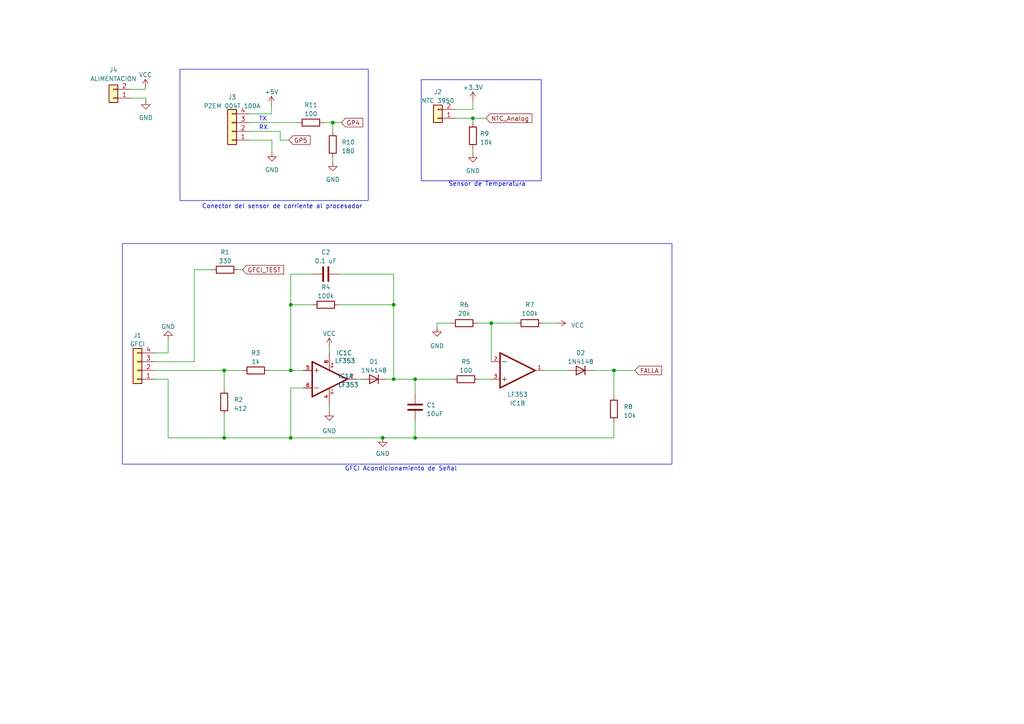
<source format=kicad_sch>
(kicad_sch (version 20230121) (generator eeschema)
  (paper "A4")
  (lib_symbols
    (symbol "Connector_Generic:Conn_01x02" (pin_names (offset 1.016) hide)
      (property "Reference" "J" (at 0 2.54 0))
      (property "Value" "Conn_01x02" (at 0 -5.08 0))
      (symbol "Conn_01x02_1_1"
        (rectangle (start -1.27 -2.413) (end 0 -2.667) (stroke (width 0.1524)))
        (rectangle (start -1.27 0.127) (end 0 -0.127) (stroke (width 0.1524)))
        (rectangle (start -1.27 1.27) (end 1.27 -3.81) (stroke (width 0.254)) (fill (type background)))
        (pin passive line (at -5.08 0 0) (length 3.81) (name "Pin_1") (number "1"))
        (pin passive line (at -5.08 -2.54 0) (length 3.81) (name "Pin_2") (number "2"))
      )
    )
    (symbol "Connector_Generic:Conn_01x04" (pin_names (offset 1.016) hide)
      (property "Reference" "J" (at 0 5.08 0))
      (property "Value" "Conn_01x04" (at 0 -7.62 0))
      (symbol "Conn_01x04_1_1"
        (rectangle (start -1.27 -4.953) (end 0 -5.207) (stroke (width 0.1524)))
        (rectangle (start -1.27 -2.413) (end 0 -2.667) (stroke (width 0.1524)))
        (rectangle (start -1.27 0.127) (end 0 -0.127) (stroke (width 0.1524)))
        (rectangle (start -1.27 2.667) (end 0 2.413) (stroke (width 0.1524)))
        (rectangle (start -1.27 3.81) (end 1.27 -6.35) (stroke (width 0.254)) (fill (type background)))
        (pin passive line (at -5.08 2.54 0) (length 3.81) (name "Pin_1") (number "1"))
        (pin passive line (at -5.08 0 0) (length 3.81) (name "Pin_2") (number "2"))
        (pin passive line (at -5.08 -2.54 0) (length 3.81) (name "Pin_3") (number "3"))
        (pin passive line (at -5.08 -5.08 0) (length 3.81) (name "Pin_4") (number "4"))
      )
    )
    (symbol "Device:C" (pin_numbers hide) (pin_names (offset 0.254))
      (property "Reference" "C" (at 0.635 2.54 0))
      (property "Value" "C" (at 0.635 -2.54 0))
      (symbol "C_0_1"
        (polyline (pts (xy -2.032 -0.762) (xy 2.032 -0.762)) (stroke (width 0.508)))
        (polyline (pts (xy -2.032 0.762) (xy 2.032 0.762)) (stroke (width 0.508)))
      )
      (symbol "C_1_1"
        (pin passive line (at 0 3.81 270) (length 2.794) (name "~") (number "1"))
        (pin passive line (at 0 -3.81 90) (length 2.794) (name "~") (number "2"))
      )
    )
    (symbol "Device:R" (pin_numbers hide) (pin_names (offset 0))
      (property "Reference" "R" (at 2.032 0 90))
      (property "Value" "R" (at 0 0 90))
      (symbol "R_0_1"
        (rectangle (start -1.016 -2.54) (end 1.016 2.54) (stroke (width 0.254)))
      )
      (symbol "R_1_1"
        (pin passive line (at 0 3.81 270) (length 1.27) (name "~") (number "1"))
        (pin passive line (at 0 -3.81 90) (length 1.27) (name "~") (number "2"))
      )
    )
    (symbol "Diode:1N4148" (pin_numbers hide) (pin_names hide)
      (property "Reference" "D" (at 0 2.54 0))
      (property "Value" "1N4148" (at 0 -2.54 0))
      (symbol "1N4148_0_1"
        (polyline (pts (xy -1.27 1.27) (xy -1.27 -1.27)) (stroke (width 0.254)))
        (polyline (pts (xy 1.27 0) (xy -1.27 0)))
        (polyline (pts (xy 1.27 1.27) (xy 1.27 -1.27) (xy -1.27 0) (xy 1.27 1.27)) (stroke (width 0.254)))
      )
      (symbol "1N4148_1_1"
        (pin passive line (at -3.81 0 0) (length 2.54) (name "K") (number "1"))
        (pin passive line (at 3.81 0 180) (length 2.54) (name "A") (number "2"))
      )
    )
    (symbol "LF353:LF353" (pin_names (offset 1.016))
      (property "Reference" "IC" (at 0 0 0))
      (property "Value" "LF353" (at 0 0 0))
      (symbol "LF353_1_0"
        (text "V+" (at 1.27 3.175 900) (effects (font (size 0.8128 0.8128)) (justify left bottom)))
        (text "V-" (at 1.27 -4.445 900) (effects (font (size 0.8128 0.8128)) (justify left bottom)))
        (pin power_in line (at 0 -7.62 90) (length 5.08) (name "~") (number "4"))
        (pin power_in line (at 0 7.62 270) (length 5.08) (name "~") (number "8"))
      )
      (symbol "LF353_2_0"
        (polyline (pts (xy -5.08 -5.08) (xy 5.08 0)) (stroke (width 0.4064)))
        (polyline (pts (xy -5.08 5.08) (xy -5.08 -5.08)) (stroke (width 0.4064)))
        (polyline (pts (xy -4.445 -2.54) (xy -3.175 -2.54)) (stroke (width 0.1524)))
        (polyline (pts (xy -4.445 2.54) (xy -3.175 2.54)) (stroke (width 0.1524)))
        (polyline (pts (xy -3.81 3.175) (xy -3.81 1.905)) (stroke (width 0.1524)))
        (polyline (pts (xy 5.08 0) (xy -5.08 5.08)) (stroke (width 0.4064)))
        (pin output line (at 7.62 0 180) (length 2.54) (name "~") (number "1"))
        (pin input line (at -7.62 -2.54 0) (length 2.54) (name "~") (number "2"))
        (pin input line (at -7.62 2.54 0) (length 2.54) (name "~") (number "3"))
      )
      (symbol "LF353_3_0"
        (polyline (pts (xy -5.08 -5.08) (xy 5.08 0)) (stroke (width 0.4064)))
        (polyline (pts (xy -5.08 5.08) (xy -5.08 -5.08)) (stroke (width 0.4064)))
        (polyline (pts (xy -4.445 -2.54) (xy -3.175 -2.54)) (stroke (width 0.1524)))
        (polyline (pts (xy -4.445 2.54) (xy -3.175 2.54)) (stroke (width 0.1524)))
        (polyline (pts (xy -3.81 3.175) (xy -3.81 1.905)) (stroke (width 0.1524)))
        (polyline (pts (xy 5.08 0) (xy -5.08 5.08)) (stroke (width 0.4064)))
        (pin input line (at -7.62 2.54 0) (length 2.54) (name "~") (number "5"))
        (pin input line (at -7.62 -2.54 0) (length 2.54) (name "~") (number "6"))
        (pin output line (at 7.62 0 180) (length 2.54) (name "~") (number "7"))
      )
    )
    (symbol "power:+3.3V" (power) (pin_names (offset 0))
      (property "Value" "+3.3V" (at 0 3.556 0))
      (symbol "+3.3V_0_1"
        (polyline (pts (xy -0.762 1.27) (xy 0 2.54)))
        (polyline (pts (xy 0 0) (xy 0 2.54)))
        (polyline (pts (xy 0 2.54) (xy 0.762 1.27)))
      )
      (symbol "+3.3V_1_1"
        (pin power_in line (at 0 0 90) (length 0) hide (name "+3.3V") (number "1"))
      )
    )
    (symbol "power:+5V" (power) (pin_names (offset 0))
      (property "Value" "+5V" (at 0 3.556 0))
      (symbol "+5V_0_1"
        (polyline (pts (xy -0.762 1.27) (xy 0 2.54)))
        (polyline (pts (xy 0 0) (xy 0 2.54)))
        (polyline (pts (xy 0 2.54) (xy 0.762 1.27)))
      )
      (symbol "+5V_1_1"
        (pin power_in line (at 0 0 90) (length 0) hide (name "+5V") (number "1"))
      )
    )
    (symbol "power:GND" (power) (pin_names (offset 0))
      (property "Value" "GND" (at 0 -3.81 0))
      (symbol "GND_0_1"
        (polyline (pts (xy 0 0) (xy 0 -1.27) (xy 1.27 -1.27) (xy 0 -2.54) (xy -1.27 -1.27) (xy 0 -1.27)))
      )
      (symbol "GND_1_1"
        (pin power_in line (at 0 0 270) (length 0) hide (name "GND") (number "1"))
      )
    )
    (symbol "power:VCC" (power) (pin_names (offset 0))
      (property "Value" "VCC" (at 0 3.81 0))
      (symbol "VCC_0_1"
        (polyline (pts (xy -0.762 1.27) (xy 0 2.54)))
        (polyline (pts (xy 0 0) (xy 0 2.54)))
        (polyline (pts (xy 0 2.54) (xy 0.762 1.27)))
      )
      (symbol "VCC_1_1"
        (pin power_in line (at 0 0 90) (length 0) hide (name "VCC") (number "1"))
      )
    )
  )
  (junction (at 142.494 93.726))
  (junction (at 120.396 127))
  (junction (at 84.328 88.392))
  (junction (at 96.52 35.56))
  (junction (at 114.173 88.392))
  (junction (at 65.024 107.442))
  (junction (at 65.024 127))
  (junction (at 84.328 107.442))
  (junction (at 120.396 109.982))
  (junction (at 137.16 34.29))
  (junction (at 84.328 127))
  (junction (at 178.054 107.442))
  (junction (at 114.173 109.982))
  (junction (at 110.998 127))
  (wire (pts (xy 84.328 88.392) (xy 90.678 88.392)))
  (wire (pts (xy 77.978 107.442) (xy 84.328 107.442)))
  (wire (pts (xy 56.388 78.232) (xy 61.468 78.232)))
  (wire (pts (xy 172.212 107.442) (xy 178.054 107.442)))
  (wire (pts (xy 56.388 78.232) (xy 56.388 104.902)))
  (wire (pts (xy 48.768 102.362) (xy 48.768 98.552)))
  (wire (pts (xy 93.98 35.56) (xy 96.52 35.56)))
  (wire (pts (xy 44.958 102.362) (xy 48.768 102.362)))
  (wire (pts (xy 78.867 40.64) (xy 78.867 44.196)))
  (wire (pts (xy 178.054 107.442) (xy 184.15 107.442)))
  (wire (pts (xy 137.16 34.29) (xy 137.16 34.036)))
  (wire (pts (xy 96.52 45.72) (xy 96.52 46.99)))
  (wire (pts (xy 81.28 40.64) (xy 81.28 38.1)))
  (wire (pts (xy 132.08 31.75) (xy 137.16 31.75)))
  (wire (pts (xy 120.396 121.92) (xy 120.396 127)))
  (wire (pts (xy 84.328 112.522) (xy 88.011 112.522)))
  (wire (pts (xy 137.16 34.29) (xy 140.97 34.29)))
  (wire (pts (xy 98.298 88.392) (xy 114.173 88.392)))
  (wire (pts (xy 96.52 38.1) (xy 96.52 35.56)))
  (wire (pts (xy 114.173 79.502) (xy 114.173 88.392)))
  (wire (pts (xy 95.504 100.584) (xy 95.504 102.362)))
  (wire (pts (xy 44.958 104.902) (xy 56.388 104.902)))
  (wire (pts (xy 84.328 79.502) (xy 90.678 79.502)))
  (wire (pts (xy 112.268 109.982) (xy 114.173 109.982)))
  (wire (pts (xy 65.024 120.396) (xy 65.024 127)))
  (wire (pts (xy 120.396 127) (xy 178.054 127)))
  (wire (pts (xy 120.396 109.982) (xy 131.318 109.982)))
  (wire (pts (xy 138.938 109.982) (xy 142.494 109.982)))
  (wire (pts (xy 78.74 33.02) (xy 78.74 30.48)))
  (wire (pts (xy 84.328 127) (xy 110.998 127)))
  (wire (pts (xy 84.328 88.392) (xy 84.328 79.502)))
  (wire (pts (xy 42.164 25.908) (xy 42.164 25.527)))
  (wire (pts (xy 137.16 43.18) (xy 137.16 44.45)))
  (wire (pts (xy 137.16 29.21) (xy 137.16 31.75)))
  (wire (pts (xy 88.011 107.442) (xy 84.328 107.442)))
  (wire (pts (xy 142.494 93.726) (xy 142.494 104.902)))
  (wire (pts (xy 98.298 79.502) (xy 114.173 79.502)))
  (wire (pts (xy 95.504 117.602) (xy 95.504 119.38)))
  (wire (pts (xy 114.173 109.982) (xy 120.396 109.982)))
  (wire (pts (xy 65.024 127) (xy 84.328 127)))
  (wire (pts (xy 72.39 33.02) (xy 78.74 33.02)))
  (wire (pts (xy 44.958 109.982) (xy 48.768 109.982)))
  (wire (pts (xy 37.973 25.908) (xy 42.164 25.908)))
  (wire (pts (xy 120.396 109.982) (xy 120.396 114.3)))
  (wire (pts (xy 130.81 93.726) (xy 126.746 93.726)))
  (wire (pts (xy 103.251 109.982) (xy 104.648 109.982)))
  (wire (pts (xy 142.494 93.726) (xy 149.86 93.726)))
  (wire (pts (xy 42.291 29.083) (xy 42.291 28.448)))
  (wire (pts (xy 114.173 88.392) (xy 114.173 109.982)))
  (wire (pts (xy 65.024 112.776) (xy 65.024 107.442)))
  (wire (pts (xy 157.734 107.442) (xy 164.592 107.442)))
  (wire (pts (xy 42.291 28.448) (xy 37.973 28.448)))
  (wire (pts (xy 178.054 107.442) (xy 178.054 114.808)))
  (wire (pts (xy 69.088 78.232) (xy 70.358 78.232)))
  (wire (pts (xy 178.054 127) (xy 178.054 122.428)))
  (wire (pts (xy 81.28 38.1) (xy 72.39 38.1)))
  (wire (pts (xy 65.024 107.442) (xy 70.358 107.442)))
  (wire (pts (xy 96.52 35.56) (xy 99.06 35.56)))
  (wire (pts (xy 126.746 93.726) (xy 126.746 94.996)))
  (wire (pts (xy 110.998 127) (xy 120.396 127)))
  (wire (pts (xy 44.958 107.442) (xy 65.024 107.442)))
  (wire (pts (xy 81.28 40.64) (xy 83.82 40.64)))
  (wire (pts (xy 137.16 35.56) (xy 137.16 34.29)))
  (wire (pts (xy 84.328 88.392) (xy 84.328 107.442)))
  (wire (pts (xy 132.08 34.29) (xy 137.16 34.29)))
  (wire (pts (xy 157.48 93.726) (xy 161.544 93.726)))
  (wire (pts (xy 72.39 40.64) (xy 78.867 40.64)))
  (wire (pts (xy 48.768 127) (xy 65.024 127)))
  (wire (pts (xy 48.768 109.982) (xy 48.768 127)))
  (wire (pts (xy 138.43 93.726) (xy 142.494 93.726)))
  (wire (pts (xy 72.39 35.56) (xy 86.36 35.56)))
  (wire (pts (xy 84.328 112.522) (xy 84.328 127)))
  (rectangle (start 122.174 23.114) (end 156.972 52.451))
  (rectangle (start 52.197 20.066) (end 106.807 58.166))
  (rectangle (start 35.5092 70.6374) (end 194.8942 134.62))
  (text "GFCI Acondicionamiento de Señal" (at 99.9998 136.779 0) (effects (font (size 1.27 1.27)) (justify left bottom)))
  (text "Sensor de Temperatura" (at 130.048 54.229 0) (effects (font (size 1.27 1.27)) (justify left bottom)))
  (text "RX" (at 75.057 37.846 0) (effects (font (size 1.27 1.27)) (justify left bottom)))
  (text "Conector del sensor de corriente al procesador" (at 58.547 60.706 0) (effects (font (size 1.27 1.27)) (justify left bottom)))
  (text "TX" (at 75.057 35.306 0) (effects (font (size 1.27 1.27)) (justify left bottom)))
  (global_label "GP5" (shape input) (at 83.82 40.64 0) (property "Intersheetrefs" "${INTERSHEET_REFS}" (effects hide)))
  (global_label "GFCI_TEST" (shape input) (at 70.358 78.232 0) (property "Intersheetrefs" "${INTERSHEET_REFS}" (effects hide)))
  (global_label "NTC_Analog" (shape input) (at 140.97 34.29 0) (property "Intersheetrefs" "${INTERSHEET_REFS}" (effects hide)))
  (global_label "FALLA" (shape input) (at 184.15 107.442 0) (property "Intersheetrefs" "${INTERSHEET_REFS}" (effects hide)))
  (global_label "GP4" (shape input) (at 99.06 35.56 0) (property "Intersheetrefs" "${INTERSHEET_REFS}" (effects hide)))
  (symbol (lib_id "Connector_Generic:Conn_01x04") (at 39.878 107.442 180) (unit 1)
    (property "Reference" "J1" (at 39.878 97.282 0))
    (property "Value" "GFCI" (at 39.878 99.822 0))
    (property "Footprint" "Connector_JST:JST_EH_B4B-EH-A_1x04_P2.50mm_Vertical" (effects hide))
  )
  (symbol (lib_id "power:GND") (at 48.768 98.552 180) (unit 1)
    (property "Reference" "#PWR03" (effects hide))
    (property "Value" "GND" (at 48.768 94.742 0))
  )
  (symbol (lib_id "Diode:1N4148") (at 108.458 109.982 180) (unit 1)
    (property "Reference" "D1" (at 108.458 104.8766 0))
    (property "Value" "1N4148" (at 108.458 107.4166 0))
    (property "Footprint" "Diode_THT:D_DO-35_SOD27_P7.62mm_Horizontal" (effects hide))
    (property "Datasheet" "https://assets.nexperia.com/documents/data-sheet/1N4148_1N4448.pdf" (effects hide))
    (property "Sim.Device" "D" (effects hide))
    (property "Sim.Pins" "1=K 2=A" (effects hide))
  )
  (symbol (lib_id "power:VCC") (at 42.164 25.527 0) (unit 1)
    (property "Reference" "#PWR011" (effects hide))
    (property "Value" "VCC" (at 42.164 21.717 0))
  )
  (symbol (lib_id "Device:R") (at 137.16 39.37 180) (unit 1)
    (property "Reference" "R9" (at 139.192 38.735 0) (effects (justify right)))
    (property "Value" "10k" (at 139.192 41.275 0) (effects (justify right)))
    (property "Footprint" "Resistor_SMD:R_1206_3216Metric_Pad1.30x1.75mm_HandSolder" (effects hide))
  )
  (symbol (lib_id "Device:C") (at 94.488 79.502 90) (unit 1)
    (property "Reference" "C2" (at 94.488 73.152 90))
    (property "Value" "0.1 uF" (at 94.488 75.692 90))
    (property "Footprint" "Capacitor_SMD:C_0805_2012Metric_Pad1.18x1.45mm_HandSolder" (effects hide))
  )
  (symbol (lib_id "power:GND") (at 42.291 29.083 0) (unit 1)
    (property "Reference" "#PWR012" (effects hide))
    (property "Value" "GND" (at 42.291 34.163 0))
  )
  (symbol (lib_id "power:VCC") (at 161.544 93.726 270) (unit 1)
    (property "Reference" "#PWR05" (effects hide))
    (property "Value" "VCC" (at 165.608 94.361 90) (effects (justify left)))
  )
  (symbol (lib_id "power:GND") (at 110.998 127 0) (unit 1)
    (property "Reference" "#PWR08" (effects hide))
    (property "Value" "GND" (at 110.998 131.572 0))
  )
  (symbol (lib_id "Device:R") (at 90.17 35.56 270) (unit 1)
    (property "Reference" "R11" (at 90.17 30.48 90))
    (property "Value" "100" (at 90.17 33.02 90))
    (property "Footprint" "Resistor_SMD:R_1206_3216Metric_Pad1.30x1.75mm_HandSolder" (effects hide))
  )
  (symbol (lib_id "Device:R") (at 153.67 93.726 90) (unit 1)
    (property "Reference" "R7" (at 153.67 88.392 90))
    (property "Value" "100k" (at 153.67 90.932 90))
    (property "Footprint" "Resistor_SMD:R_1206_3216Metric_Pad1.30x1.75mm_HandSolder" (effects hide))
  )
  (symbol (lib_id "Device:R") (at 74.168 107.442 270) (unit 1)
    (property "Reference" "R3" (at 74.168 102.362 90))
    (property "Value" "1k" (at 74.168 104.902 90))
    (property "Footprint" "Resistor_SMD:R_1206_3216Metric_Pad1.30x1.75mm_HandSolder" (effects hide))
  )
  (symbol (lib_id "Device:R") (at 134.62 93.726 90) (unit 1)
    (property "Reference" "R6" (at 134.62 88.392 90))
    (property "Value" "20k" (at 134.62 90.932 90))
    (property "Footprint" "Resistor_SMD:R_1206_3216Metric_Pad1.30x1.75mm_HandSolder" (effects hide))
  )
  (symbol (lib_id "Connector_Generic:Conn_01x04") (at 67.31 38.1 180) (unit 1)
    (property "Reference" "J3" (at 67.31 28.194 0))
    (property "Value" "PZEM 004T 100A" (at 67.31 30.734 0))
    (property "Footprint" "PZEM:PZEM" (effects hide))
  )
  (symbol (lib_id "LF353:LF353") (at 95.631 109.982 0) (unit 3)
    (property "Reference" "IC1" (at 99.822 102.362 0))
    (property "Value" "LF353" (at 100.076 104.648 0))
    (property "Footprint" "LF353:DIL08" (effects hide))
  )
  (symbol (lib_id "LF353:LF353") (at 95.504 109.982 0) (unit 1)
    (property "Reference" "IC1" (at 98.044 109.0848 0) (effects (justify left)))
    (property "Value" "LF353" (at 98.044 111.6248 0) (effects (justify left)))
    (property "Footprint" "LF353:DIL08" (effects hide))
  )
  (symbol (lib_id "Device:R") (at 178.054 118.618 0) (unit 1)
    (property "Reference" "R8" (at 180.848 117.983 0) (effects (justify left)))
    (property "Value" "10k" (at 180.848 120.523 0) (effects (justify left)))
    (property "Footprint" "Resistor_SMD:R_1206_3216Metric_Pad1.30x1.75mm_HandSolder" (effects hide))
  )
  (symbol (lib_id "Connector_Generic:Conn_01x02") (at 32.893 28.448 180) (unit 1)
    (property "Reference" "J4" (at 32.893 20.32 0))
    (property "Value" "ALIMENTACION" (at 32.893 22.86 0))
    (property "Footprint" "Connector_JST:JST_EH_B2B-EH-A_1x02_P2.50mm_Vertical" (effects hide))
  )
  (symbol (lib_id "power:VCC") (at 95.504 100.584 0) (unit 1)
    (property "Reference" "#PWR04" (effects hide))
    (property "Value" "VCC" (at 95.504 96.774 0))
  )
  (symbol (lib_id "power:+3.3V") (at 137.16 29.21 0) (unit 1)
    (property "Reference" "#PWR013" (effects hide))
    (property "Value" "+3.3V" (at 137.16 25.4 0))
  )
  (symbol (lib_id "Device:R") (at 65.278 78.232 90) (unit 1)
    (property "Reference" "R1" (at 65.278 73.152 90))
    (property "Value" "330" (at 65.278 75.692 90))
    (property "Footprint" "Resistor_SMD:R_1206_3216Metric_Pad1.30x1.75mm_HandSolder" (effects hide))
  )
  (symbol (lib_id "Device:R") (at 96.52 41.91 180) (unit 1)
    (property "Reference" "R10" (at 99.06 41.275 0) (effects (justify right)))
    (property "Value" "180" (at 99.06 43.815 0) (effects (justify right)))
    (property "Footprint" "Resistor_SMD:R_1206_3216Metric_Pad1.30x1.75mm_HandSolder" (effects hide))
  )
  (symbol (lib_id "power:GND") (at 78.867 44.196 0) (unit 1)
    (property "Reference" "#PWR01" (effects hide))
    (property "Value" "GND" (at 78.867 49.276 0))
  )
  (symbol (lib_id "power:+5V") (at 78.74 30.48 0) (unit 1)
    (property "Reference" "#PWR014" (effects hide))
    (property "Value" "+5V" (at 78.74 26.67 0))
  )
  (symbol (lib_id "Device:R") (at 135.128 109.982 90) (unit 1)
    (property "Reference" "R5" (at 135.128 104.902 90))
    (property "Value" "100" (at 135.128 107.442 90))
    (property "Footprint" "Resistor_SMD:R_1206_3216Metric_Pad1.30x1.75mm_HandSolder" (effects hide))
  )
  (symbol (lib_id "Diode:1N4148") (at 168.402 107.442 180) (unit 1)
    (property "Reference" "D2" (at 168.402 102.362 0))
    (property "Value" "1N4148" (at 168.402 104.902 0))
    (property "Footprint" "Diode_THT:D_DO-35_SOD27_P7.62mm_Horizontal" (effects hide))
    (property "Datasheet" "https://assets.nexperia.com/documents/data-sheet/1N4148_1N4448.pdf" (effects hide))
    (property "Sim.Device" "D" (effects hide))
    (property "Sim.Pins" "1=K 2=A" (effects hide))
  )
  (symbol (lib_id "power:GND") (at 126.746 94.996 0) (unit 1)
    (property "Reference" "#PWR07" (effects hide))
    (property "Value" "GND" (at 126.746 100.33 0))
  )
  (symbol (lib_id "Device:R") (at 94.488 88.392 90) (unit 1)
    (property "Reference" "R4" (at 94.488 83.312 90))
    (property "Value" "100k" (at 94.488 85.852 90))
    (property "Footprint" "Resistor_SMD:R_1206_3216Metric_Pad1.30x1.75mm_HandSolder" (effects hide))
  )
  (symbol (lib_id "power:GND") (at 95.504 119.38 0) (unit 1)
    (property "Reference" "#PWR06" (effects hide))
    (property "Value" "GND" (at 95.504 124.968 0))
  )
  (symbol (lib_id "Device:C") (at 120.396 118.11 0) (unit 1)
    (property "Reference" "C1" (at 123.698 117.475 0) (effects (justify left)))
    (property "Value" "10uF" (at 123.698 120.015 0) (effects (justify left)))
    (property "Footprint" "Capacitor_SMD:C_0805_2012Metric_Pad1.18x1.45mm_HandSolder" (effects hide))
  )
  (symbol (lib_id "LF353:LF353") (at 150.114 107.442 0) (mirror x) (unit 2)
    (property "Reference" "IC1" (at 150.114 116.967 0))
    (property "Value" "LF353" (at 150.114 114.427 0))
    (property "Footprint" "LF353:DIL08" (effects hide))
  )
  (symbol (lib_id "Device:R") (at 65.024 116.586 0) (unit 1)
    (property "Reference" "R2" (at 67.818 115.951 0) (effects (justify left)))
    (property "Value" "412" (at 67.818 118.491 0) (effects (justify left)))
    (property "Footprint" "Resistor_SMD:R_1206_3216Metric_Pad1.30x1.75mm_HandSolder" (effects hide))
  )
  (symbol (lib_id "power:GND") (at 96.52 46.99 0) (unit 1)
    (property "Reference" "#PWR09" (effects hide))
    (property "Value" "GND" (at 96.52 52.07 0))
  )
  (symbol (lib_id "power:GND") (at 137.16 44.45 0) (unit 1)
    (property "Reference" "#PWR010" (effects hide))
    (property "Value" "GND" (at 137.16 49.53 0))
  )
  (symbol (lib_id "Connector_Generic:Conn_01x02") (at 127 34.29 180) (unit 1)
    (property "Reference" "J2" (at 127 26.67 0))
    (property "Value" "NTC 3950" (at 127 29.21 0))
    (property "Footprint" "Connector_JST:JST_EH_B2B-EH-A_1x02_P2.50mm_Vertical" (effects hide))
  )
)
</source>
